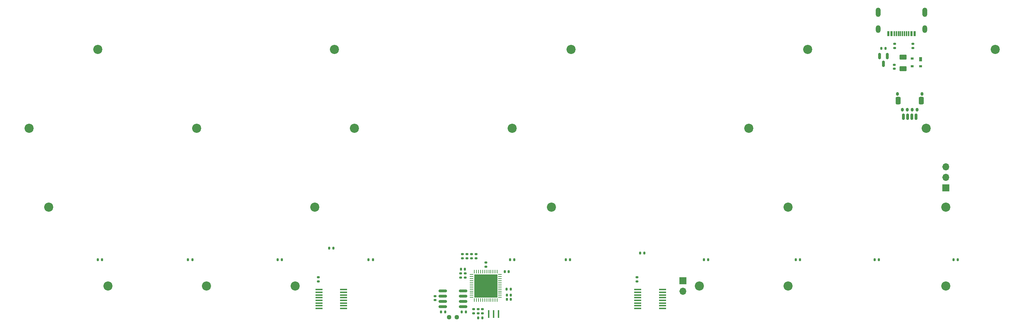
<source format=gbr>
%TF.GenerationSoftware,KiCad,Pcbnew,8.0.5*%
%TF.CreationDate,2024-12-22T15:28:52+01:00*%
%TF.ProjectId,toprevan V2,746f7072-6576-4616-9e20-56322e6b6963,rev?*%
%TF.SameCoordinates,Original*%
%TF.FileFunction,Soldermask,Bot*%
%TF.FilePolarity,Negative*%
%FSLAX46Y46*%
G04 Gerber Fmt 4.6, Leading zero omitted, Abs format (unit mm)*
G04 Created by KiCad (PCBNEW 8.0.5) date 2024-12-22 15:28:52*
%MOMM*%
%LPD*%
G01*
G04 APERTURE LIST*
G04 Aperture macros list*
%AMRoundRect*
0 Rectangle with rounded corners*
0 $1 Rounding radius*
0 $2 $3 $4 $5 $6 $7 $8 $9 X,Y pos of 4 corners*
0 Add a 4 corners polygon primitive as box body*
4,1,4,$2,$3,$4,$5,$6,$7,$8,$9,$2,$3,0*
0 Add four circle primitives for the rounded corners*
1,1,$1+$1,$2,$3*
1,1,$1+$1,$4,$5*
1,1,$1+$1,$6,$7*
1,1,$1+$1,$8,$9*
0 Add four rect primitives between the rounded corners*
20,1,$1+$1,$2,$3,$4,$5,0*
20,1,$1+$1,$4,$5,$6,$7,0*
20,1,$1+$1,$6,$7,$8,$9,0*
20,1,$1+$1,$8,$9,$2,$3,0*%
G04 Aperture macros list end*
%ADD10C,2.200000*%
%ADD11R,1.700000X1.700000*%
%ADD12O,1.700000X1.700000*%
%ADD13RoundRect,0.140000X-0.170000X0.140000X-0.170000X-0.140000X0.170000X-0.140000X0.170000X0.140000X0*%
%ADD14RoundRect,0.135000X-0.135000X-0.185000X0.135000X-0.185000X0.135000X0.185000X-0.135000X0.185000X0*%
%ADD15RoundRect,0.135000X-0.185000X0.135000X-0.185000X-0.135000X0.185000X-0.135000X0.185000X0.135000X0*%
%ADD16RoundRect,0.135000X0.135000X0.185000X-0.135000X0.185000X-0.135000X-0.185000X0.135000X-0.185000X0*%
%ADD17R,0.400000X1.900000*%
%ADD18RoundRect,0.062500X0.062500X-0.375000X0.062500X0.375000X-0.062500X0.375000X-0.062500X-0.375000X0*%
%ADD19RoundRect,0.062500X0.375000X-0.062500X0.375000X0.062500X-0.375000X0.062500X-0.375000X-0.062500X0*%
%ADD20R,5.600000X5.600000*%
%ADD21R,1.778000X0.419100*%
%ADD22R,0.600000X1.300000*%
%ADD23R,0.300000X1.300000*%
%ADD24O,1.200000X2.250000*%
%ADD25O,1.200000X1.850000*%
%ADD26RoundRect,0.150000X-0.150000X-0.625000X0.150000X-0.625000X0.150000X0.625000X-0.150000X0.625000X0*%
%ADD27RoundRect,0.250000X-0.350000X-0.650000X0.350000X-0.650000X0.350000X0.650000X-0.350000X0.650000X0*%
%ADD28R,0.700000X1.000000*%
%ADD29R,0.700000X0.600000*%
%ADD30RoundRect,0.250000X-0.625000X0.375000X-0.625000X-0.375000X0.625000X-0.375000X0.625000X0.375000X0*%
%ADD31RoundRect,0.140000X0.170000X-0.140000X0.170000X0.140000X-0.170000X0.140000X-0.170000X-0.140000X0*%
%ADD32RoundRect,0.150000X-0.825000X-0.150000X0.825000X-0.150000X0.825000X0.150000X-0.825000X0.150000X0*%
%ADD33RoundRect,0.150000X-0.150000X0.587500X-0.150000X-0.587500X0.150000X-0.587500X0.150000X0.587500X0*%
%ADD34RoundRect,0.140000X-0.140000X-0.170000X0.140000X-0.170000X0.140000X0.170000X-0.140000X0.170000X0*%
%ADD35RoundRect,0.135000X0.185000X-0.135000X0.185000X0.135000X-0.185000X0.135000X-0.185000X-0.135000X0*%
%ADD36RoundRect,0.140000X0.140000X0.170000X-0.140000X0.170000X-0.140000X-0.170000X0.140000X-0.170000X0*%
%ADD37RoundRect,0.150000X-0.150000X-0.275000X0.150000X-0.275000X0.150000X0.275000X-0.150000X0.275000X0*%
%ADD38RoundRect,0.175000X-0.175000X-0.225000X0.175000X-0.225000X0.175000X0.225000X-0.175000X0.225000X0*%
%ADD39RoundRect,0.237500X0.250000X0.237500X-0.250000X0.237500X-0.250000X-0.237500X0.250000X-0.237500X0*%
G04 APERTURE END LIST*
D10*
%TO.C,H3*%
X156368750Y-30956250D03*
%TD*%
%TO.C,H18*%
X68262500Y-88106250D03*
%TD*%
%TO.C,H22*%
X246856250Y-88106250D03*
%TD*%
%TO.C,H9*%
X142081250Y-50006250D03*
%TD*%
%TO.C,H4*%
X213518750Y-30956250D03*
%TD*%
%TO.C,H15*%
X208756250Y-69056250D03*
%TD*%
%TO.C,H14*%
X151606250Y-69056250D03*
%TD*%
%TO.C,H12*%
X30162500Y-69056250D03*
%TD*%
%TO.C,H21*%
X208756250Y-88106250D03*
%TD*%
%TO.C,H20*%
X187325000Y-88106250D03*
%TD*%
D11*
%TO.C,SW1*%
X183356250Y-86831250D03*
D12*
X183356250Y-89371250D03*
%TD*%
D10*
%TO.C,H16*%
X246856250Y-69056250D03*
%TD*%
%TO.C,H13*%
X94456250Y-69056250D03*
%TD*%
%TO.C,H5*%
X258762500Y-30956250D03*
%TD*%
%TO.C,H7*%
X65881250Y-50006250D03*
%TD*%
%TO.C,H6*%
X25400000Y-50006250D03*
%TD*%
%TO.C,H10*%
X199231250Y-50006250D03*
%TD*%
%TO.C,H17*%
X44450000Y-88106250D03*
%TD*%
%TO.C,H1*%
X42068750Y-30956250D03*
%TD*%
%TO.C,H19*%
X89693750Y-88106250D03*
%TD*%
%TO.C,H8*%
X103981250Y-50006250D03*
%TD*%
%TO.C,H11*%
X242093750Y-50006250D03*
%TD*%
%TO.C,H2*%
X99218750Y-30956250D03*
%TD*%
D13*
%TO.C,C10*%
X133886072Y-93745973D03*
X133886072Y-94705973D03*
%TD*%
D14*
%TO.C,R14*%
X63832898Y-81756250D03*
X64852898Y-81756250D03*
%TD*%
%TO.C,R23*%
X210627500Y-81756250D03*
X211647500Y-81756250D03*
%TD*%
D15*
%TO.C,R5*%
X132256250Y-80387058D03*
X132256250Y-81407058D03*
%TD*%
D16*
%TO.C,R18*%
X125922500Y-94362500D03*
X124902500Y-94362500D03*
%TD*%
D17*
%TO.C,Y1*%
X136401214Y-94917035D03*
X137601214Y-94917035D03*
X138801214Y-94917035D03*
%TD*%
D14*
%TO.C,R25*%
X248727500Y-81746059D03*
X249747500Y-81746059D03*
%TD*%
D18*
%TO.C,U1*%
X138481250Y-91543750D03*
X137981250Y-91543750D03*
X137481250Y-91543750D03*
X136981250Y-91543750D03*
X136481250Y-91543750D03*
X135981250Y-91543750D03*
X135481250Y-91543750D03*
X134981250Y-91543750D03*
X134481250Y-91543750D03*
X133981250Y-91543750D03*
X133481250Y-91543750D03*
X132981250Y-91543750D03*
D19*
X132293750Y-90856250D03*
X132293750Y-90356250D03*
X132293750Y-89856250D03*
X132293750Y-89356250D03*
X132293750Y-88856250D03*
X132293750Y-88356250D03*
X132293750Y-87856250D03*
X132293750Y-87356250D03*
X132293750Y-86856250D03*
X132293750Y-86356250D03*
X132293750Y-85856250D03*
X132293750Y-85356250D03*
D18*
X132981250Y-84668750D03*
X133481250Y-84668750D03*
X133981250Y-84668750D03*
X134481250Y-84668750D03*
X134981250Y-84668750D03*
X135481250Y-84668750D03*
X135981250Y-84668750D03*
X136481250Y-84668750D03*
X136981250Y-84668750D03*
X137481250Y-84668750D03*
X137981250Y-84668750D03*
X138481250Y-84668750D03*
D19*
X139168750Y-85356250D03*
X139168750Y-85856250D03*
X139168750Y-86356250D03*
X139168750Y-86856250D03*
X139168750Y-87356250D03*
X139168750Y-87856250D03*
X139168750Y-88356250D03*
X139168750Y-88856250D03*
X139168750Y-89356250D03*
X139168750Y-89856250D03*
X139168750Y-90356250D03*
X139168750Y-90856250D03*
D20*
X135731250Y-88106250D03*
%TD*%
D13*
%TO.C,C16*%
X132789679Y-93745973D03*
X132789679Y-94705973D03*
%TD*%
D11*
%TO.C,J4*%
X246856250Y-64452500D03*
D12*
X246856250Y-61912500D03*
X246856250Y-59372500D03*
%TD*%
D21*
%TO.C,U6*%
X178393090Y-89007950D03*
X178393090Y-89658190D03*
X178393090Y-90308430D03*
X178393090Y-90958670D03*
X178393090Y-91603830D03*
X178393090Y-92254070D03*
X178393090Y-92904310D03*
X178393090Y-93554550D03*
X172444410Y-93554550D03*
X172444410Y-92904310D03*
X172444410Y-92254070D03*
X172444410Y-91603830D03*
X172444410Y-90958670D03*
X172444410Y-90308430D03*
X172444410Y-89658190D03*
X172444410Y-89007950D03*
%TD*%
D22*
%TO.C,J5*%
X232924750Y-27180750D03*
X233724750Y-27180750D03*
D23*
X234874750Y-27180750D03*
X235874750Y-27180750D03*
X236374750Y-27180750D03*
X237374750Y-27180750D03*
D22*
X238524750Y-27180750D03*
X239324750Y-27180750D03*
D23*
X237874750Y-27180750D03*
X236874750Y-27180750D03*
X235374750Y-27180750D03*
X234374750Y-27180750D03*
D24*
X230504750Y-22030750D03*
D25*
X230504750Y-26030750D03*
D24*
X241744750Y-22030750D03*
D25*
X241744750Y-26030750D03*
%TD*%
D15*
%TO.C,R8*%
X238918750Y-29652500D03*
X238918750Y-30672500D03*
%TD*%
D26*
%TO.C,J1*%
X236625000Y-47243750D03*
X237625000Y-47243750D03*
X238625000Y-47243750D03*
X239625000Y-47243750D03*
D27*
X235325000Y-43368750D03*
X240925000Y-43368750D03*
%TD*%
D14*
%TO.C,R16*%
X97915000Y-78997940D03*
X98935000Y-78997940D03*
%TD*%
D28*
%TO.C,D1*%
X240712500Y-33381250D03*
D29*
X240712500Y-35081250D03*
X238712500Y-35081250D03*
X238712500Y-33181250D03*
%TD*%
D21*
%TO.C,U4*%
X101399340Y-89007950D03*
X101399340Y-89658190D03*
X101399340Y-90308430D03*
X101399340Y-90958670D03*
X101399340Y-91603830D03*
X101399340Y-92254070D03*
X101399340Y-92904310D03*
X101399340Y-93554550D03*
X95450660Y-93554550D03*
X95450660Y-92904310D03*
X95450660Y-92254070D03*
X95450660Y-91603830D03*
X95450660Y-90958670D03*
X95450660Y-90308430D03*
X95450660Y-89658190D03*
X95450660Y-89007950D03*
%TD*%
D15*
%TO.C,R6*%
X130056250Y-80387058D03*
X130056250Y-81407058D03*
%TD*%
D16*
%TO.C,R20*%
X156085000Y-81756250D03*
X155065000Y-81756250D03*
%TD*%
D13*
%TO.C,C11*%
X134889679Y-93753408D03*
X134889679Y-94713408D03*
%TD*%
D15*
%TO.C,R4*%
X131156250Y-80387058D03*
X131156250Y-81407058D03*
%TD*%
D14*
%TO.C,R11*%
X140777500Y-88900000D03*
X141797500Y-88900000D03*
%TD*%
D30*
%TO.C,F_USBC1*%
X236539379Y-32876278D03*
X236539379Y-35676278D03*
%TD*%
D14*
%TO.C,R9*%
X133883473Y-95832687D03*
X134903473Y-95832687D03*
%TD*%
D15*
%TO.C,R7*%
X234484473Y-29652500D03*
X234484473Y-30672500D03*
%TD*%
D14*
%TO.C,R15*%
X42068750Y-81756250D03*
X43088750Y-81756250D03*
%TD*%
D31*
%TO.C,C1*%
X130775537Y-86080138D03*
X130775537Y-85120138D03*
%TD*%
D16*
%TO.C,R17*%
X108453663Y-81746059D03*
X107433663Y-81746059D03*
%TD*%
D32*
%TO.C,U5*%
X125318750Y-93092500D03*
X125318750Y-91822500D03*
X125318750Y-90552500D03*
X125318750Y-89282500D03*
X130268750Y-89282500D03*
X130268750Y-90552500D03*
X130268750Y-91822500D03*
X130268750Y-93092500D03*
%TD*%
D14*
%TO.C,R24*%
X229677500Y-81756250D03*
X230697500Y-81756250D03*
%TD*%
D33*
%TO.C,U3*%
X230825000Y-32545028D03*
X232725000Y-32545028D03*
X231775000Y-34420028D03*
%TD*%
D13*
%TO.C,C12*%
X234360949Y-34664941D03*
X234360949Y-35624941D03*
%TD*%
D34*
%TO.C,C13*%
X231295000Y-30730076D03*
X232255000Y-30730076D03*
%TD*%
D16*
%TO.C,R19*%
X174057500Y-80168750D03*
X173037500Y-80168750D03*
%TD*%
D34*
%TO.C,C9*%
X140819430Y-90289802D03*
X141779430Y-90289802D03*
%TD*%
D31*
%TO.C,C15*%
X123451464Y-91501881D03*
X123451464Y-90541881D03*
%TD*%
D35*
%TO.C,R2*%
X135731250Y-83460000D03*
X135731250Y-82440000D03*
%TD*%
D16*
%TO.C,R21*%
X142591250Y-81756250D03*
X141571250Y-81756250D03*
%TD*%
D34*
%TO.C,C6*%
X140830343Y-91336235D03*
X141790343Y-91336235D03*
%TD*%
D36*
%TO.C,C7*%
X130686750Y-84105750D03*
X129726750Y-84105750D03*
%TD*%
D14*
%TO.C,R12*%
X129948750Y-94362500D03*
X130968750Y-94362500D03*
%TD*%
D34*
%TO.C,C8*%
X140295000Y-84650000D03*
X141255000Y-84650000D03*
%TD*%
D15*
%TO.C,R10*%
X129695761Y-85072261D03*
X129695761Y-86092261D03*
%TD*%
D37*
%TO.C,J2*%
X236325000Y-45531250D03*
X237525000Y-45531250D03*
X238725000Y-45531250D03*
X239925000Y-45531250D03*
D38*
X235175000Y-41756250D03*
X241075000Y-41756250D03*
%TD*%
D14*
%TO.C,R13*%
X85498750Y-81756250D03*
X86518750Y-81756250D03*
%TD*%
D15*
%TO.C,R3*%
X133350000Y-80387058D03*
X133350000Y-81407058D03*
%TD*%
D31*
%TO.C,C14*%
X95250000Y-86998750D03*
X95250000Y-86038750D03*
%TD*%
%TO.C,C17*%
X172243750Y-86998750D03*
X172243750Y-86038750D03*
%TD*%
D16*
%TO.C,R22*%
X189422500Y-81756250D03*
X188402500Y-81756250D03*
%TD*%
D39*
%TO.C,JP1*%
X128723442Y-95665357D03*
X126898442Y-95665357D03*
%TD*%
M02*

</source>
